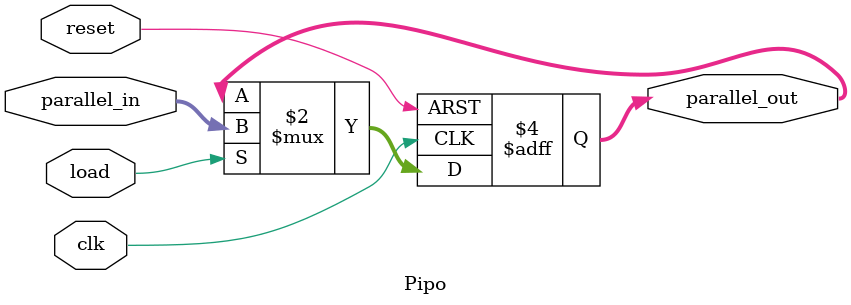
<source format=v>
module Pipo(
    input clk,
    input reset,
    input load,
    input [7:0] parallel_in,
    output reg [7:0] parallel_out
);
    always @(posedge clk or posedge reset) begin
        if (reset) begin
            parallel_out <= 8'b0; // Reset output
        end else if (load) begin
            parallel_out <= parallel_in; // Load parallel data directly to output
        end 
        // No shifting in PIPO mode, just loading data.
    end
endmodule

</source>
